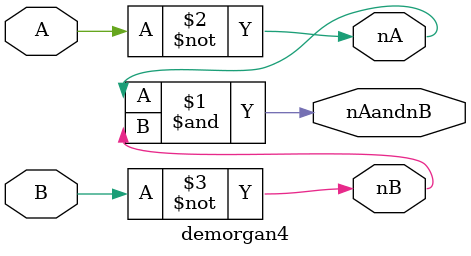
<source format=v>
module demorgan1
(
  input A,
  input B,
  output AandB,
  output notAandB
);

  wire AandB;
  and andgate(AandB, A, B);
  not AandBinv(notAandB, AandB);

endmodule

module demorgan2
(
  input A,
  input B,
  output nA,
  output nB,
  output nAornB
);

  wire nA;
  wire nB;
  not Ainv(nA, A);
  not Binv(nB, B);
  or orgate(nAornB, nA, nB);

endmodule

module demorgan3
(
  input A,
  input B,
  output AorB,
  output notAorB
);

  wire nA;
  wire nB;
  or orgate(AorB, A, B);
  not AorBinv(notAorB, AorB);

endmodule

module demorgan4
(
  input A,
  input B,
  output nA,
  output nB,
  output nAandnB
);

  wire nA;
  wire nB;
  not Ainv(nA, A);
  not Binv(nB, B);
  and andgate(nAandnB, nA, nB);

endmodule
</source>
